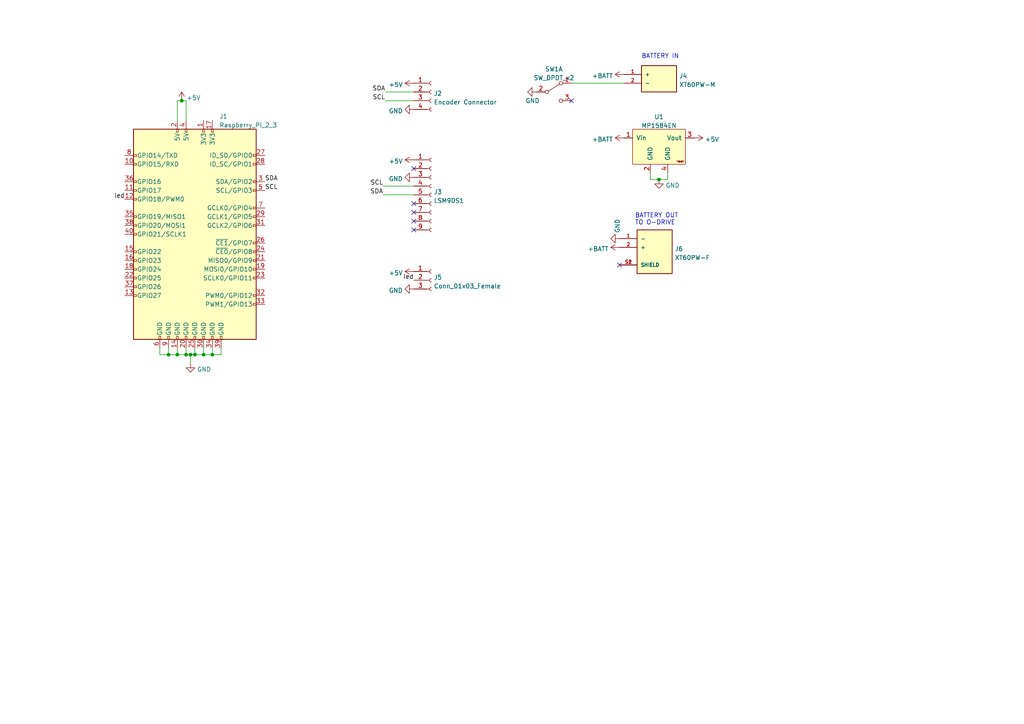
<source format=kicad_sch>
(kicad_sch (version 20211123) (generator eeschema)
  (paper "A4")
  (lib_symbols
    (symbol "Connector:Conn_01x03_Female" (pin_names (offset 1.016) hide)
      (property "Reference" "J" (at 0 5.08 0))
      (property "Value" "Conn_01x03_Female" (at 0 -5.08 0))
      (symbol "Conn_01x03_Female_1_1"
        (arc (start 0 -2.032) (mid -0.508 -2.54) (end 0 -3.048) (stroke (width 0.1524)))
        (polyline (pts (xy -1.27 -2.54) (xy -0.508 -2.54)) (stroke (width 0.1524)))
        (polyline (pts (xy -1.27 0) (xy -0.508 0)) (stroke (width 0.1524)))
        (polyline (pts (xy -1.27 2.54) (xy -0.508 2.54)) (stroke (width 0.1524)))
        (arc (start 0 0.508) (mid -0.508 0) (end 0 -0.508) (stroke (width 0.1524)))
        (arc (start 0 3.048) (mid -0.508 2.54) (end 0 2.032) (stroke (width 0.1524)))
        (pin passive line (at -5.08 2.54 0) (length 3.81) (name "Pin_1") (number "1"))
        (pin passive line (at -5.08 0 0) (length 3.81) (name "Pin_2") (number "2"))
        (pin passive line (at -5.08 -2.54 0) (length 3.81) (name "Pin_3") (number "3"))
      )
    )
    (symbol "Connector:Conn_01x04_Female" (pin_names (offset 1.016) hide)
      (property "Reference" "J" (at 0 5.08 0))
      (property "Value" "Conn_01x04_Female" (at 0 -7.62 0))
      (symbol "Conn_01x04_Female_1_1"
        (arc (start 0 -4.572) (mid -0.508 -5.08) (end 0 -5.588) (stroke (width 0.1524)))
        (arc (start 0 -2.032) (mid -0.508 -2.54) (end 0 -3.048) (stroke (width 0.1524)))
        (polyline (pts (xy -1.27 -5.08) (xy -0.508 -5.08)) (stroke (width 0.1524)))
        (polyline (pts (xy -1.27 -2.54) (xy -0.508 -2.54)) (stroke (width 0.1524)))
        (polyline (pts (xy -1.27 0) (xy -0.508 0)) (stroke (width 0.1524)))
        (polyline (pts (xy -1.27 2.54) (xy -0.508 2.54)) (stroke (width 0.1524)))
        (arc (start 0 0.508) (mid -0.508 0) (end 0 -0.508) (stroke (width 0.1524)))
        (arc (start 0 3.048) (mid -0.508 2.54) (end 0 2.032) (stroke (width 0.1524)))
        (pin passive line (at -5.08 2.54 0) (length 3.81) (name "Pin_1") (number "1"))
        (pin passive line (at -5.08 0 0) (length 3.81) (name "Pin_2") (number "2"))
        (pin passive line (at -5.08 -2.54 0) (length 3.81) (name "Pin_3") (number "3"))
        (pin passive line (at -5.08 -5.08 0) (length 3.81) (name "Pin_4") (number "4"))
      )
    )
    (symbol "Connector:Conn_01x09_Female" (pin_names (offset 1.016) hide)
      (property "Reference" "J" (at 0 12.7 0))
      (property "Value" "Conn_01x09_Female" (at 0 -12.7 0))
      (symbol "Conn_01x09_Female_1_1"
        (arc (start 0 -9.652) (mid -0.508 -10.16) (end 0 -10.668) (stroke (width 0.1524)))
        (arc (start 0 -7.112) (mid -0.508 -7.62) (end 0 -8.128) (stroke (width 0.1524)))
        (arc (start 0 -4.572) (mid -0.508 -5.08) (end 0 -5.588) (stroke (width 0.1524)))
        (arc (start 0 -2.032) (mid -0.508 -2.54) (end 0 -3.048) (stroke (width 0.1524)))
        (polyline (pts (xy -1.27 -10.16) (xy -0.508 -10.16)) (stroke (width 0.1524)))
        (polyline (pts (xy -1.27 -7.62) (xy -0.508 -7.62)) (stroke (width 0.1524)))
        (polyline (pts (xy -1.27 -5.08) (xy -0.508 -5.08)) (stroke (width 0.1524)))
        (polyline (pts (xy -1.27 -2.54) (xy -0.508 -2.54)) (stroke (width 0.1524)))
        (polyline (pts (xy -1.27 0) (xy -0.508 0)) (stroke (width 0.1524)))
        (polyline (pts (xy -1.27 2.54) (xy -0.508 2.54)) (stroke (width 0.1524)))
        (polyline (pts (xy -1.27 5.08) (xy -0.508 5.08)) (stroke (width 0.1524)))
        (polyline (pts (xy -1.27 7.62) (xy -0.508 7.62)) (stroke (width 0.1524)))
        (polyline (pts (xy -1.27 10.16) (xy -0.508 10.16)) (stroke (width 0.1524)))
        (arc (start 0 0.508) (mid -0.508 0) (end 0 -0.508) (stroke (width 0.1524)))
        (arc (start 0 3.048) (mid -0.508 2.54) (end 0 2.032) (stroke (width 0.1524)))
        (arc (start 0 5.588) (mid -0.508 5.08) (end 0 4.572) (stroke (width 0.1524)))
        (arc (start 0 8.128) (mid -0.508 7.62) (end 0 7.112) (stroke (width 0.1524)))
        (arc (start 0 10.668) (mid -0.508 10.16) (end 0 9.652) (stroke (width 0.1524)))
        (pin passive line (at -5.08 10.16 0) (length 3.81) (name "Pin_1") (number "1"))
        (pin passive line (at -5.08 7.62 0) (length 3.81) (name "Pin_2") (number "2"))
        (pin passive line (at -5.08 5.08 0) (length 3.81) (name "Pin_3") (number "3"))
        (pin passive line (at -5.08 2.54 0) (length 3.81) (name "Pin_4") (number "4"))
        (pin passive line (at -5.08 0 0) (length 3.81) (name "Pin_5") (number "5"))
        (pin passive line (at -5.08 -2.54 0) (length 3.81) (name "Pin_6") (number "6"))
        (pin passive line (at -5.08 -5.08 0) (length 3.81) (name "Pin_7") (number "7"))
        (pin passive line (at -5.08 -7.62 0) (length 3.81) (name "Pin_8") (number "8"))
        (pin passive line (at -5.08 -10.16 0) (length 3.81) (name "Pin_9") (number "9"))
      )
    )
    (symbol "Connector:Raspberry_Pi_2_3" (pin_names (offset 1.016))
      (property "Reference" "J" (at -17.78 31.75 0))
      (property "Value" "Raspberry_Pi_2_3" (at 10.16 -31.75 0))
      (symbol "Raspberry_Pi_2_3_0_1"
        (rectangle (start -17.78 30.48) (end 17.78 -30.48) (stroke (width 0.254)) (fill (type background)))
      )
      (symbol "Raspberry_Pi_2_3_1_1"
        (rectangle (start -16.891 -17.526) (end -17.78 -18.034))
        (rectangle (start -16.891 -14.986) (end -17.78 -15.494))
        (rectangle (start -16.891 -12.446) (end -17.78 -12.954))
        (rectangle (start -16.891 -9.906) (end -17.78 -10.414))
        (rectangle (start -16.891 -7.366) (end -17.78 -7.874))
        (rectangle (start -16.891 -4.826) (end -17.78 -5.334))
        (rectangle (start -16.891 0.254) (end -17.78 -0.254))
        (rectangle (start -16.891 2.794) (end -17.78 2.286))
        (rectangle (start -16.891 5.334) (end -17.78 4.826))
        (rectangle (start -16.891 10.414) (end -17.78 9.906))
        (rectangle (start -16.891 12.954) (end -17.78 12.446))
        (rectangle (start -16.891 15.494) (end -17.78 14.986))
        (rectangle (start -16.891 20.574) (end -17.78 20.066))
        (rectangle (start -16.891 23.114) (end -17.78 22.606))
        (rectangle (start -10.414 -29.591) (end -9.906 -30.48))
        (rectangle (start -7.874 -29.591) (end -7.366 -30.48))
        (rectangle (start -5.334 -29.591) (end -4.826 -30.48))
        (rectangle (start -5.334 30.48) (end -4.826 29.591))
        (rectangle (start -2.794 -29.591) (end -2.286 -30.48))
        (rectangle (start -2.794 30.48) (end -2.286 29.591))
        (rectangle (start -0.254 -29.591) (end 0.254 -30.48))
        (rectangle (start 2.286 -29.591) (end 2.794 -30.48))
        (rectangle (start 2.286 30.48) (end 2.794 29.591))
        (rectangle (start 4.826 -29.591) (end 5.334 -30.48))
        (rectangle (start 4.826 30.48) (end 5.334 29.591))
        (rectangle (start 7.366 -29.591) (end 7.874 -30.48))
        (rectangle (start 17.78 -20.066) (end 16.891 -20.574))
        (rectangle (start 17.78 -17.526) (end 16.891 -18.034))
        (rectangle (start 17.78 -12.446) (end 16.891 -12.954))
        (rectangle (start 17.78 -9.906) (end 16.891 -10.414))
        (rectangle (start 17.78 -7.366) (end 16.891 -7.874))
        (rectangle (start 17.78 -4.826) (end 16.891 -5.334))
        (rectangle (start 17.78 -2.286) (end 16.891 -2.794))
        (rectangle (start 17.78 2.794) (end 16.891 2.286))
        (rectangle (start 17.78 5.334) (end 16.891 4.826))
        (rectangle (start 17.78 7.874) (end 16.891 7.366))
        (rectangle (start 17.78 12.954) (end 16.891 12.446))
        (rectangle (start 17.78 15.494) (end 16.891 14.986))
        (rectangle (start 17.78 20.574) (end 16.891 20.066))
        (rectangle (start 17.78 23.114) (end 16.891 22.606))
        (pin power_in line (at 2.54 33.02 270) (length 2.54) (name "3V3") (number "1"))
        (pin bidirectional line (at -20.32 20.32 0) (length 2.54) (name "GPIO15/RXD") (number "10"))
        (pin bidirectional line (at -20.32 12.7 0) (length 2.54) (name "GPIO17") (number "11"))
        (pin bidirectional line (at -20.32 10.16 0) (length 2.54) (name "GPIO18/PWM0") (number "12"))
        (pin bidirectional line (at -20.32 -17.78 0) (length 2.54) (name "GPIO27") (number "13"))
        (pin power_in line (at -5.08 -33.02 90) (length 2.54) (name "GND") (number "14"))
        (pin bidirectional line (at -20.32 -5.08 0) (length 2.54) (name "GPIO22") (number "15"))
        (pin bidirectional line (at -20.32 -7.62 0) (length 2.54) (name "GPIO23") (number "16"))
        (pin power_in line (at 5.08 33.02 270) (length 2.54) (name "3V3") (number "17"))
        (pin bidirectional line (at -20.32 -10.16 0) (length 2.54) (name "GPIO24") (number "18"))
        (pin bidirectional line (at 20.32 -10.16 180) (length 2.54) (name "MOSI0/GPIO10") (number "19"))
        (pin power_in line (at -5.08 33.02 270) (length 2.54) (name "5V") (number "2"))
        (pin power_in line (at -2.54 -33.02 90) (length 2.54) (name "GND") (number "20"))
        (pin bidirectional line (at 20.32 -7.62 180) (length 2.54) (name "MISO0/GPIO9") (number "21"))
        (pin bidirectional line (at -20.32 -12.7 0) (length 2.54) (name "GPIO25") (number "22"))
        (pin bidirectional line (at 20.32 -12.7 180) (length 2.54) (name "SCLK0/GPIO11") (number "23"))
        (pin bidirectional line (at 20.32 -5.08 180) (length 2.54) (name "~{CE0}/GPIO8") (number "24"))
        (pin power_in line (at 0 -33.02 90) (length 2.54) (name "GND") (number "25"))
        (pin bidirectional line (at 20.32 -2.54 180) (length 2.54) (name "~{CE1}/GPIO7") (number "26"))
        (pin bidirectional line (at 20.32 22.86 180) (length 2.54) (name "ID_SD/GPIO0") (number "27"))
        (pin bidirectional line (at 20.32 20.32 180) (length 2.54) (name "ID_SC/GPIO1") (number "28"))
        (pin bidirectional line (at 20.32 5.08 180) (length 2.54) (name "GCLK1/GPIO5") (number "29"))
        (pin bidirectional line (at 20.32 15.24 180) (length 2.54) (name "SDA/GPIO2") (number "3"))
        (pin power_in line (at 2.54 -33.02 90) (length 2.54) (name "GND") (number "30"))
        (pin bidirectional line (at 20.32 2.54 180) (length 2.54) (name "GCLK2/GPIO6") (number "31"))
        (pin bidirectional line (at 20.32 -17.78 180) (length 2.54) (name "PWM0/GPIO12") (number "32"))
        (pin bidirectional line (at 20.32 -20.32 180) (length 2.54) (name "PWM1/GPIO13") (number "33"))
        (pin power_in line (at 5.08 -33.02 90) (length 2.54) (name "GND") (number "34"))
        (pin bidirectional line (at -20.32 5.08 0) (length 2.54) (name "GPIO19/MISO1") (number "35"))
        (pin bidirectional line (at -20.32 15.24 0) (length 2.54) (name "GPIO16") (number "36"))
        (pin bidirectional line (at -20.32 -15.24 0) (length 2.54) (name "GPIO26") (number "37"))
        (pin bidirectional line (at -20.32 2.54 0) (length 2.54) (name "GPIO20/MOSI1") (number "38"))
        (pin power_in line (at 7.62 -33.02 90) (length 2.54) (name "GND") (number "39"))
        (pin power_in line (at -2.54 33.02 270) (length 2.54) (name "5V") (number "4"))
        (pin bidirectional line (at -20.32 0 0) (length 2.54) (name "GPIO21/SCLK1") (number "40"))
        (pin bidirectional line (at 20.32 12.7 180) (length 2.54) (name "SCL/GPIO3") (number "5"))
        (pin power_in line (at -10.16 -33.02 90) (length 2.54) (name "GND") (number "6"))
        (pin bidirectional line (at 20.32 7.62 180) (length 2.54) (name "GCLK0/GPIO4") (number "7"))
        (pin bidirectional line (at -20.32 22.86 0) (length 2.54) (name "GPIO14/TXD") (number "8"))
        (pin power_in line (at -7.62 -33.02 90) (length 2.54) (name "GND") (number "9"))
      )
    )
    (symbol "Switch:SW_DPDT_x2" (pin_names (offset 0) hide)
      (property "Reference" "SW" (at 0 4.318 0))
      (property "Value" "SW_DPDT_x2" (at 0 -5.08 0))
      (symbol "SW_DPDT_x2_0_0"
        (circle (center -2.032 0) (radius 0.508))
        (circle (center 2.032 -2.54) (radius 0.508))
      )
      (symbol "SW_DPDT_x2_0_1"
        (polyline (pts (xy -1.524 0.254) (xy 1.651 2.286)))
        (circle (center 2.032 2.54) (radius 0.508))
      )
      (symbol "SW_DPDT_x2_1_1"
        (pin passive line (at 5.08 2.54 180) (length 2.54) (name "A") (number "1"))
        (pin passive line (at -5.08 0 0) (length 2.54) (name "B") (number "2"))
        (pin passive line (at 5.08 -2.54 180) (length 2.54) (name "C") (number "3"))
      )
      (symbol "SW_DPDT_x2_2_1"
        (pin passive line (at 5.08 2.54 180) (length 2.54) (name "A") (number "4"))
        (pin passive line (at -5.08 0 0) (length 2.54) (name "B") (number "5"))
        (pin passive line (at 5.08 -2.54 180) (length 2.54) (name "C") (number "6"))
      )
    )
    (symbol "XT60PW-F:XT60PW-F" (pin_names (offset 1.016))
      (property "Reference" "J" (at -5.08 6.35 0))
      (property "Value" "XT60PW-F" (at -5.08 -8.89 0))
      (symbol "XT60PW-F_0_0"
        (rectangle (start -5.08 -7.62) (end 5.08 5.08) (stroke (width 0.254)) (fill (type background)))
        (pin passive line (at -10.16 2.54 0) (length 5.08) (name "-") (number "1"))
        (pin passive line (at -10.16 0 0) (length 5.08) (name "+") (number "2"))
        (pin passive line (at -10.16 -5.08 0) (length 5.08) (name "SHIELD") (number "S1"))
        (pin passive line (at -10.16 -5.08 0) (length 5.08) (name "SHIELD") (number "S2"))
      )
    )
    (symbol "XT60PW-M:XT60PW-M" (pin_names (offset 1.016))
      (property "Reference" "J" (at -5.08 5.715 0))
      (property "Value" "XT60PW-M" (at -5.08 -5.08 0))
      (symbol "XT60PW-M_0_0"
        (rectangle (start -5.08 -2.54) (end 5.08 5.08) (stroke (width 0.254)) (fill (type background)))
        (pin passive line (at -10.16 2.54 0) (length 5.08) (name "+") (number "1"))
        (pin passive line (at -10.16 0 0) (length 5.08) (name "-") (number "2"))
      )
    )
    (symbol "dcdc_stepdown_MP1584EN:MP1584EN" (pin_names (offset 1.016))
      (property "Reference" "U" (at -5.08 6.35 0))
      (property "Value" "MP1584EN" (at 0 8.89 0))
      (symbol "MP1584EN_0_1"
        (rectangle (start -7.62 5.08) (end 7.62 -5.08) (fill (type background)))
      )
      (symbol "MP1584EN_1_1"
        (text "Y@@V" (at 6.1976 -4.2672 0) (effects (font (size 0.508 0.508))))
        (pin power_in line (at -10.16 2.54 0) (length 2.54) (name "Vin") (number "1"))
        (pin power_in line (at -2.54 -7.62 90) (length 2.54) (name "GND") (number "2"))
        (pin power_out line (at 10.16 2.54 180) (length 2.54) (name "Vout") (number "3"))
        (pin power_in line (at 2.54 -7.62 90) (length 2.54) (name "GND") (number "4"))
      )
    )
    (symbol "power:+5V" (power) (pin_names (offset 0))
      (property "Value" "+5V" (at 0 3.556 0))
      (symbol "+5V_0_1"
        (polyline (pts (xy -0.762 1.27) (xy 0 2.54)))
        (polyline (pts (xy 0 0) (xy 0 2.54)))
        (polyline (pts (xy 0 2.54) (xy 0.762 1.27)))
      )
      (symbol "+5V_1_1"
        (pin power_in line (at 0 0 90) (length 0) hide (name "+5V") (number "1"))
      )
    )
    (symbol "power:+BATT" (power) (pin_names (offset 0))
      (property "Value" "+BATT" (at 0 3.556 0))
      (symbol "+BATT_0_1"
        (polyline (pts (xy -0.762 1.27) (xy 0 2.54)))
        (polyline (pts (xy 0 0) (xy 0 2.54)))
        (polyline (pts (xy 0 2.54) (xy 0.762 1.27)))
      )
      (symbol "+BATT_1_1"
        (pin power_in line (at 0 0 90) (length 0) hide (name "+BATT") (number "1"))
      )
    )
    (symbol "power:GND" (power) (pin_names (offset 0))
      (property "Value" "GND" (at 0 -3.81 0))
      (symbol "GND_0_1"
        (polyline (pts (xy 0 0) (xy 0 -1.27) (xy 1.27 -1.27) (xy 0 -2.54) (xy -1.27 -1.27) (xy 0 -1.27)))
      )
      (symbol "GND_1_1"
        (pin power_in line (at 0 0 270) (length 0) hide (name "GND") (number "1"))
      )
    )
  )
  (junction (at 59.055 102.87))
  (junction (at 55.245 102.87))
  (junction (at 48.895 102.87))
  (junction (at 52.705 29.21))
  (junction (at 191.135 52.07))
  (junction (at 56.515 102.87))
  (junction (at 53.975 102.87))
  (junction (at 61.595 102.87))
  (junction (at 51.435 102.87))
  (no_connect (at 120.015 64.135))
  (no_connect (at 179.705 76.835))
  (no_connect (at 165.735 29.21))
  (no_connect (at 120.015 66.675))
  (no_connect (at 120.015 48.895))
  (no_connect (at 120.015 59.055))
  (no_connect (at 120.015 61.595))
  (wire (pts (xy 111.76 29.21) (xy 120.015 29.21)))
  (wire (pts (xy 48.895 100.965) (xy 48.895 102.87)))
  (wire (pts (xy 46.355 102.87) (xy 48.895 102.87)))
  (wire (pts (xy 59.055 100.965) (xy 59.055 102.87)))
  (wire (pts (xy 59.055 102.87) (xy 61.595 102.87)))
  (wire (pts (xy 165.735 24.13) (xy 180.975 24.13)))
  (wire (pts (xy 51.435 102.87) (xy 53.975 102.87)))
  (wire (pts (xy 111.125 53.975) (xy 120.015 53.975)))
  (wire (pts (xy 53.975 34.925) (xy 53.975 29.21)))
  (wire (pts (xy 64.135 100.965) (xy 64.135 102.87)))
  (wire (pts (xy 53.975 29.21) (xy 52.705 29.21)))
  (wire (pts (xy 111.76 26.67) (xy 120.015 26.67)))
  (wire (pts (xy 188.595 52.07) (xy 191.135 52.07)))
  (wire (pts (xy 59.055 102.87) (xy 56.515 102.87)))
  (wire (pts (xy 48.895 102.87) (xy 51.435 102.87)))
  (wire (pts (xy 193.675 50.165) (xy 193.675 52.07)))
  (wire (pts (xy 53.975 100.965) (xy 53.975 102.87)))
  (wire (pts (xy 46.355 100.965) (xy 46.355 102.87)))
  (wire (pts (xy 111.125 56.515) (xy 120.015 56.515)))
  (wire (pts (xy 52.705 29.21) (xy 51.435 29.21)))
  (wire (pts (xy 51.435 29.21) (xy 51.435 34.925)))
  (wire (pts (xy 56.515 100.965) (xy 56.515 102.87)))
  (wire (pts (xy 61.595 100.965) (xy 61.595 102.87)))
  (wire (pts (xy 61.595 102.87) (xy 64.135 102.87)))
  (wire (pts (xy 53.975 102.87) (xy 55.245 102.87)))
  (wire (pts (xy 56.515 102.87) (xy 55.245 102.87)))
  (wire (pts (xy 55.245 102.87) (xy 55.245 105.41)))
  (wire (pts (xy 193.675 52.07) (xy 191.135 52.07)))
  (wire (pts (xy 188.595 50.165) (xy 188.595 52.07)))
  (wire (pts (xy 51.435 100.965) (xy 51.435 102.87)))
  (text "BATTERY IN" (at 186.055 17.145 0) (effects (font (size 1.27 1.27)) (justify left bottom)))
  (text "BATTERY OUT \nTO O-DRIVE" (at 184.15 65.405 0) (effects (font (size 1.27 1.27)) (justify left bottom)))
  (label "SDA" (at 111.125 56.515 180))
  (label "SCL" (at 111.125 53.975 180))
  (label "SDA" (at 111.76 26.67 180))
  (label "SCL" (at 76.835 55.245 0))
  (label "led" (at 36.195 57.785 180))
  (label "led" (at 120.015 81.28 180))
  (label "SCL" (at 111.76 29.21 180))
  (label "SDA" (at 76.835 52.705 0))
  (symbol (lib_id "power:GND") (at 120.015 51.435 270) (unit 1)
    (property "Reference" "#PWR0109" (effects hide))
    (property "Value" "GND" (at 116.8401 51.8688 90) (effects (justify right)))
  )
  (symbol (lib_id "Connector:Conn_01x04_Female") (at 125.095 26.67 0) (unit 1)
    (property "Reference" "J2" (at 125.8062 27.1053 0) (effects (justify left)))
    (property "Value" "Encoder Connector" (at 125.8062 29.6422 0) (effects (justify left)))
    (property "Footprint" "Connector_PinHeader_2.54mm:PinHeader_1x04_P2.54mm_Vertical" (effects hide))
  )
  (symbol (lib_id "power:+BATT") (at 179.705 71.755 90) (unit 1)
    (property "Reference" "#PWR0112" (effects hide))
    (property "Value" "+BATT" (at 176.53 72.1888 90) (effects (justify left)))
  )
  (symbol (lib_id "power:GND") (at 55.245 105.41 0) (unit 1)
    (property "Reference" "#PWR0110" (effects hide))
    (property "Value" "GND" (at 57.15 107.1138 0) (effects (justify left)))
  )
  (symbol (lib_id "power:+5V") (at 52.705 29.21 0) (unit 1)
    (property "Reference" "#PWR0111" (effects hide))
    (property "Value" "+5V" (at 54.102 28.3738 0) (effects (justify left)))
  )
  (symbol (lib_id "Connector:Conn_01x09_Female") (at 125.095 56.515 0) (unit 1)
    (property "Reference" "J3" (at 125.8062 55.6803 0) (effects (justify left)))
    (property "Value" "LSM9DS1" (at 125.8062 58.2172 0) (effects (justify left)))
    (property "Footprint" "Connector_PinHeader_2.54mm:PinHeader_1x09_P2.54mm_Vertical" (effects hide))
  )
  (symbol (lib_id "power:GND") (at 155.575 26.67 270) (unit 1)
    (property "Reference" "#PWR0106" (effects hide))
    (property "Value" "GND" (at 152.4 29.21 90) (effects (justify left)))
  )
  (symbol (lib_id "dcdc_stepdown_MP1584EN:MP1584EN") (at 191.135 42.545 0) (unit 1)
    (property "Reference" "U1" (at 191.135 33.8922 0))
    (property "Value" "MP1584EN" (at 191.135 36.4291 0))
    (property "Footprint" "dylan:SRT_MPT1584EN_Module" (effects hide))
  )
  (symbol (lib_id "power:GND") (at 120.015 83.82 270) (unit 1)
    (property "Reference" "#PWR0115" (effects hide))
    (property "Value" "GND" (at 116.8401 84.2538 90) (effects (justify right)))
  )
  (symbol (lib_id "power:GND") (at 179.705 69.215 270) (unit 1)
    (property "Reference" "#PWR0113" (effects hide))
    (property "Value" "GND" (at 179.07 63.5 0) (effects (justify left)))
  )
  (symbol (lib_id "XT60PW-F:XT60PW-F") (at 189.865 71.755 0) (unit 1)
    (property "Reference" "J6" (at 195.707 72.1903 0) (effects (justify left)))
    (property "Value" "XT60PW-F" (at 195.707 74.7272 0) (effects (justify left)))
    (property "Footprint" "dylan:AMASS_XT60PW-F" (effects hide))
    (property "MF" "AMASS" (effects hide))
    (property "MAXIMUM_PACKAGE_HEIGHT" "8.4 mm" (effects hide))
    (property "Package" "Package" (effects hide))
    (property "Price" "None" (effects hide))
    (property "Check_prices" "https://www.snapeda.com/parts/XT60PW-F/AMASS/view-part/?ref=eda" (effects hide))
    (property "STANDARD" "Manufacturer Recommendations" (effects hide))
    (property "PARTREV" "V1.2" (effects hide))
    (property "SnapEDA_Link" "https://www.snapeda.com/parts/XT60PW-F/AMASS/view-part/?ref=snap" (effects hide))
    (property "MP" "XT60PW-F" (effects hide))
    (property "Description" "\n" (effects hide))
    (property "Availability" "Not in stock" (effects hide))
    (property "MANUFACTURER" "AMASS" (effects hide))
  )
  (symbol (lib_id "power:+BATT") (at 180.975 21.59 90) (unit 1)
    (property "Reference" "#PWR0105" (effects hide))
    (property "Value" "+BATT" (at 177.8 22.0238 90) (effects (justify left)))
  )
  (symbol (lib_id "power:GND") (at 191.135 52.07 0) (unit 1)
    (property "Reference" "#PWR0103" (effects hide))
    (property "Value" "GND" (at 193.04 53.7738 0) (effects (justify left)))
  )
  (symbol (lib_id "power:+5V") (at 201.295 40.005 270) (unit 1)
    (property "Reference" "#PWR0104" (effects hide))
    (property "Value" "+5V" (at 204.47 40.4388 90) (effects (justify left)))
  )
  (symbol (lib_id "Switch:SW_DPDT_x2") (at 160.655 26.67 0) (unit 1)
    (property "Reference" "SW1" (at 160.655 20.0492 0))
    (property "Value" "SW_DPDT_x2" (at 160.655 22.5861 0))
    (property "Footprint" "dylan:SW_500SSP1S2M2QEA" (effects hide))
  )
  (symbol (lib_id "Connector:Conn_01x03_Female") (at 125.095 81.28 0) (unit 1)
    (property "Reference" "J5" (at 125.8062 80.4453 0) (effects (justify left)))
    (property "Value" "Conn_01x03_Female" (at 125.8062 82.9822 0) (effects (justify left)))
    (property "Footprint" "Connector_PinHeader_2.54mm:PinHeader_1x03_P2.54mm_Vertical" (effects hide))
  )
  (symbol (lib_id "power:+5V") (at 120.015 46.355 90) (unit 1)
    (property "Reference" "#PWR0108" (effects hide))
    (property "Value" "+5V" (at 116.8401 46.7888 90) (effects (justify left)))
  )
  (symbol (lib_id "power:GND") (at 120.015 31.75 270) (unit 1)
    (property "Reference" "#PWR0101" (effects hide))
    (property "Value" "GND" (at 116.8401 32.1838 90) (effects (justify right)))
  )
  (symbol (lib_id "power:+5V") (at 120.015 24.13 90) (unit 1)
    (property "Reference" "#PWR0102" (effects hide))
    (property "Value" "+5V" (at 116.8401 24.5638 90) (effects (justify left)))
  )
  (symbol (lib_id "XT60PW-M:XT60PW-M") (at 191.135 24.13 0) (unit 1)
    (property "Reference" "J4" (at 196.977 22.0253 0) (effects (justify left)))
    (property "Value" "XT60PW-M" (at 196.977 24.5622 0) (effects (justify left)))
    (property "Footprint" "dylan:AMASS_XT60PW-M" (effects hide))
    (property "MANUFACTURER" "AMASS" (effects hide))
    (property "PARTREV" "V1.2" (effects hide))
    (property "STANDARD" "Manufacturer recommendations" (effects hide))
    (property "MAXIMUM_PACKAGE_HEIGHT" "8.4 mm" (effects hide))
  )
  (symbol (lib_id "power:+BATT") (at 180.975 40.005 90) (unit 1)
    (property "Reference" "#PWR0107" (effects hide))
    (property "Value" "+BATT" (at 177.8 40.4388 90) (effects (justify left)))
  )
  (symbol (lib_id "power:+5V") (at 120.015 78.74 90) (unit 1)
    (property "Reference" "#PWR0114" (effects hide))
    (property "Value" "+5V" (at 116.8401 79.1738 90) (effects (justify left)))
  )
  (symbol (lib_id "Connector:Raspberry_Pi_2_3") (at 56.515 67.945 0) (unit 1)
    (property "Reference" "J1" (at 63.6144 33.7652 0) (effects (justify left)))
    (property "Value" "Raspberry_Pi_2_3" (at 63.6144 36.3021 0) (effects (justify left)))
    (property "Footprint" "Module:Raspberry_Pi_Zero_Socketed_THT_FaceDown_MountingHoles" (effects hide))
    (property "Datasheet" "https://www.raspberrypi.org/documentation/hardware/raspberrypi/schematics/rpi_SCH_3bplus_1p0_reduced.pdf" (effects hide))
  )
)
</source>
